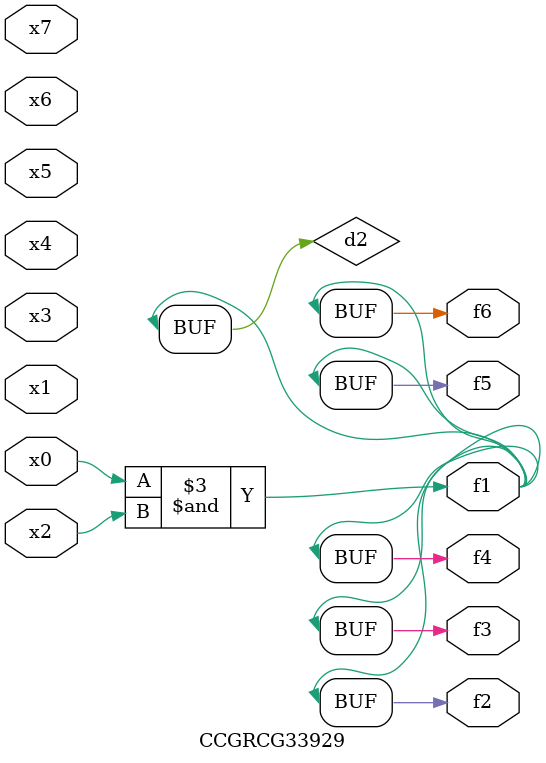
<source format=v>
module CCGRCG33929(
	input x0, x1, x2, x3, x4, x5, x6, x7,
	output f1, f2, f3, f4, f5, f6
);

	wire d1, d2;

	nor (d1, x3, x6);
	and (d2, x0, x2);
	assign f1 = d2;
	assign f2 = d2;
	assign f3 = d2;
	assign f4 = d2;
	assign f5 = d2;
	assign f6 = d2;
endmodule

</source>
